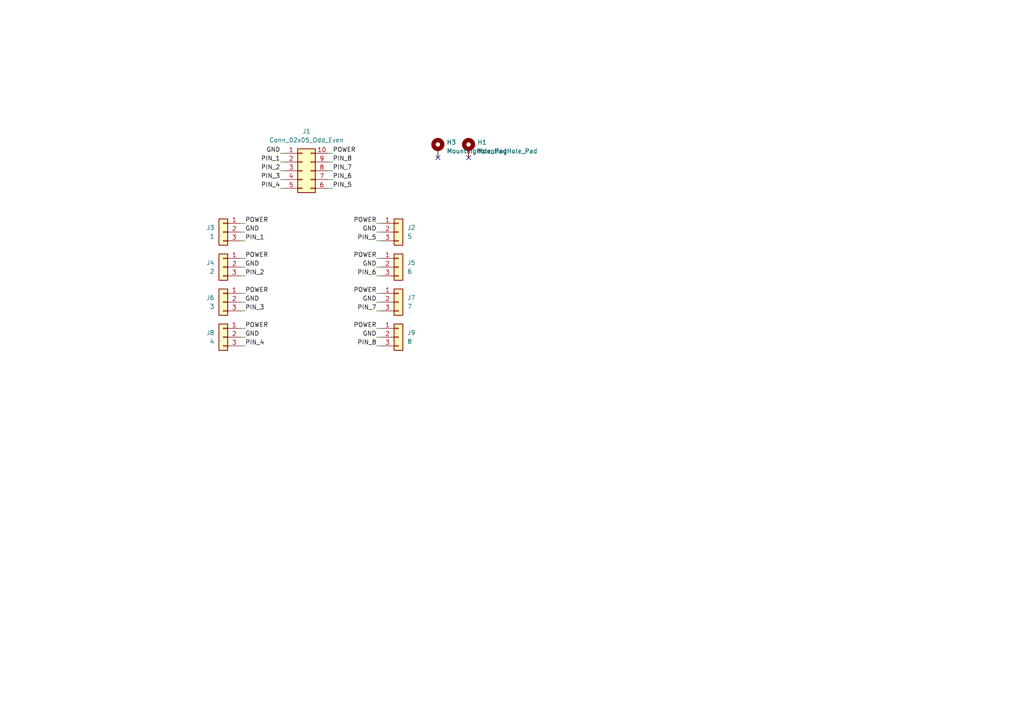
<source format=kicad_sch>
(kicad_sch (version 20250114) (generator "eeschema") (generator_version "9.0")
  (paper "A4")
  (lib_symbols
    (symbol "Connector_Generic:Conn_01x03" (pin_names (offset 1.016) (hide yes))
      (property "Reference" "J" (at 0 5.08 0))
      (property "Value" "Conn_01x03" (at 0 -5.08 0))
      (symbol "Conn_01x03_1_1"
        (rectangle (start -1.27 3.81) (end 1.27 -3.81) (stroke (width 0.254)) (fill (type background)))
        (rectangle (start -1.27 2.667) (end 0 2.413) (stroke (width 0.1524)))
        (rectangle (start -1.27 0.127) (end 0 -0.127) (stroke (width 0.1524)))
        (rectangle (start -1.27 -2.413) (end 0 -2.667) (stroke (width 0.1524)))
        (pin passive line (at -5.08 2.54 0) (length 3.81) (name "Pin_1") (number "1"))
        (pin passive line (at -5.08 0 0) (length 3.81) (name "Pin_2") (number "2"))
        (pin passive line (at -5.08 -2.54 0) (length 3.81) (name "Pin_3") (number "3"))
      )
    )
    (symbol "Connector_Generic:Conn_02x05_Counter_Clockwise" (pin_names (offset 1.016) (hide yes))
      (property "Reference" "J" (at 1.27 7.62 0))
      (property "Value" "Conn_02x05_Counter_Clockwise" (at 1.27 -7.62 0))
      (symbol "Conn_02x05_Counter_Clockwise_1_1"
        (rectangle (start -1.27 6.35) (end 3.81 -6.35) (stroke (width 0.254)) (fill (type background)))
        (rectangle (start -1.27 5.207) (end 0 4.953) (stroke (width 0.1524)))
        (rectangle (start -1.27 2.667) (end 0 2.413) (stroke (width 0.1524)))
        (rectangle (start -1.27 0.127) (end 0 -0.127) (stroke (width 0.1524)))
        (rectangle (start -1.27 -2.413) (end 0 -2.667) (stroke (width 0.1524)))
        (rectangle (start -1.27 -4.953) (end 0 -5.207) (stroke (width 0.1524)))
        (rectangle (start 3.81 5.207) (end 2.54 4.953) (stroke (width 0.1524)))
        (rectangle (start 3.81 2.667) (end 2.54 2.413) (stroke (width 0.1524)))
        (rectangle (start 3.81 0.127) (end 2.54 -0.127) (stroke (width 0.1524)))
        (rectangle (start 3.81 -2.413) (end 2.54 -2.667) (stroke (width 0.1524)))
        (rectangle (start 3.81 -4.953) (end 2.54 -5.207) (stroke (width 0.1524)))
        (pin passive line (at -5.08 5.08 0) (length 3.81) (name "Pin_1") (number "1"))
        (pin passive line (at -5.08 2.54 0) (length 3.81) (name "Pin_2") (number "2"))
        (pin passive line (at -5.08 0 0) (length 3.81) (name "Pin_3") (number "3"))
        (pin passive line (at -5.08 -2.54 0) (length 3.81) (name "Pin_4") (number "4"))
        (pin passive line (at -5.08 -5.08 0) (length 3.81) (name "Pin_5") (number "5"))
        (pin passive line (at 7.62 5.08 180) (length 3.81) (name "Pin_10") (number "10"))
        (pin passive line (at 7.62 2.54 180) (length 3.81) (name "Pin_9") (number "9"))
        (pin passive line (at 7.62 0 180) (length 3.81) (name "Pin_8") (number "8"))
        (pin passive line (at 7.62 -2.54 180) (length 3.81) (name "Pin_7") (number "7"))
        (pin passive line (at 7.62 -5.08 180) (length 3.81) (name "Pin_6") (number "6"))
      )
    )
    (symbol "Mechanical:MountingHole_Pad" (pin_numbers (hide yes)) (pin_names (offset 1.016) (hide yes))
      (property "Reference" "H" (at 0 6.35 0))
      (property "Value" "MountingHole_Pad" (at 0 4.445 0))
      (symbol "MountingHole_Pad_0_1"
        (circle (center 0 1.27) (radius 1.27) (stroke (width 1.27)))
      )
      (symbol "MountingHole_Pad_1_1"
        (pin input line (at 0 -2.54 90) (length 2.54) (name "1") (number "1"))
      )
    )
  )
  (no_connect (at 135.89 45.72))
  (no_connect (at 127 45.72))
  (wire (pts (xy 109.22 74.93) (xy 110.49 74.93)))
  (wire (pts (xy 95.25 54.61) (xy 96.52 54.61)))
  (wire (pts (xy 109.22 85.09) (xy 110.49 85.09)))
  (wire (pts (xy 109.22 97.79) (xy 110.49 97.79)))
  (wire (pts (xy 69.85 100.33) (xy 71.12 100.33)))
  (wire (pts (xy 69.85 74.93) (xy 71.12 74.93)))
  (wire (pts (xy 95.25 52.07) (xy 96.52 52.07)))
  (wire (pts (xy 81.28 49.53) (xy 82.55 49.53)))
  (wire (pts (xy 69.85 97.79) (xy 71.12 97.79)))
  (wire (pts (xy 109.22 77.47) (xy 110.49 77.47)))
  (wire (pts (xy 69.85 77.47) (xy 71.12 77.47)))
  (wire (pts (xy 81.28 52.07) (xy 82.55 52.07)))
  (wire (pts (xy 69.85 64.77) (xy 71.12 64.77)))
  (wire (pts (xy 81.28 54.61) (xy 82.55 54.61)))
  (wire (pts (xy 69.85 67.31) (xy 71.12 67.31)))
  (wire (pts (xy 95.25 49.53) (xy 96.52 49.53)))
  (wire (pts (xy 69.85 87.63) (xy 71.12 87.63)))
  (wire (pts (xy 109.22 90.17) (xy 110.49 90.17)))
  (wire (pts (xy 109.22 100.33) (xy 110.49 100.33)))
  (wire (pts (xy 81.28 44.45) (xy 82.55 44.45)))
  (wire (pts (xy 109.22 69.85) (xy 110.49 69.85)))
  (wire (pts (xy 109.22 87.63) (xy 110.49 87.63)))
  (wire (pts (xy 69.85 69.85) (xy 71.12 69.85)))
  (wire (pts (xy 69.85 80.01) (xy 71.12 80.01)))
  (wire (pts (xy 95.25 44.45) (xy 96.52 44.45)))
  (wire (pts (xy 109.22 95.25) (xy 110.49 95.25)))
  (wire (pts (xy 109.22 64.77) (xy 110.49 64.77)))
  (wire (pts (xy 69.85 90.17) (xy 71.12 90.17)))
  (wire (pts (xy 69.85 95.25) (xy 71.12 95.25)))
  (wire (pts (xy 109.22 80.01) (xy 110.49 80.01)))
  (wire (pts (xy 69.85 85.09) (xy 71.12 85.09)))
  (wire (pts (xy 109.22 67.31) (xy 110.49 67.31)))
  (wire (pts (xy 95.25 46.99) (xy 96.52 46.99)))
  (wire (pts (xy 81.28 46.99) (xy 82.55 46.99)))
  (label "PIN_6" (at 109.22 80.01 180))
  (label "GND" (at 71.12 67.31 0))
  (label "PIN_7" (at 96.52 49.53 0))
  (label "PIN_2" (at 71.12 80.01 0))
  (label "POWER" (at 71.12 95.25 0))
  (label "GND" (at 71.12 87.63 0))
  (label "POWER" (at 109.22 64.77 180))
  (label "PIN_2" (at 81.28 49.53 180))
  (label "GND" (at 109.22 97.79 180))
  (label "PIN_5" (at 96.52 54.61 0))
  (label "PIN_4" (at 71.12 100.33 0))
  (label "PIN_1" (at 81.28 46.99 180))
  (label "POWER" (at 71.12 74.93 0))
  (label "PIN_6" (at 96.52 52.07 0))
  (label "POWER" (at 109.22 95.25 180))
  (label "PIN_1" (at 71.12 69.85 0))
  (label "PIN_4" (at 81.28 54.61 180))
  (label "PIN_3" (at 81.28 52.07 180))
  (label "GND" (at 71.12 97.79 0))
  (label "GND" (at 81.28 44.45 180))
  (label "PIN_7" (at 109.22 90.17 180))
  (label "GND" (at 109.22 77.47 180))
  (label "GND" (at 109.22 87.63 180))
  (label "POWER" (at 71.12 64.77 0))
  (label "PIN_3" (at 71.12 90.17 0))
  (label "POWER" (at 96.52 44.45 0))
  (label "POWER" (at 71.12 85.09 0))
  (label "GND" (at 71.12 77.47 0))
  (label "PIN_5" (at 109.22 69.85 180))
  (label "GND" (at 109.22 67.31 180))
  (label "POWER" (at 109.22 85.09 180))
  (label "PIN_8" (at 96.52 46.99 0))
  (label "POWER" (at 109.22 74.93 180))
  (label "PIN_8" (at 109.22 100.33 180))
  (symbol (lib_id "Connector_Generic:Conn_01x03") (at 115.57 77.47 0) (unit 1)
    (property "Reference" "J5" (at 118.11 76.1999 0) (effects (justify left)))
    (property "Value" "6" (at 118.11 78.7399 0) (effects (justify left)))
    (property "Footprint" "Connector_Molex:Molex_KK-254_AE-6410-03A_1x03_P2.54mm_Vertical" (effects (hide yes)))
    (property "Description" "Generic connector, single row, 01x03, script generated (kicad-library-utils/schlib/autogen/connector/)" (effects (hide yes)))
  )
  (symbol (lib_id "Connector_Generic:Conn_01x03") (at 64.77 87.63 0) (mirror y) (unit 1)
    (property "Reference" "J6" (at 62.23 86.3599 0) (effects (justify left)))
    (property "Value" "3" (at 62.23 88.8999 0) (effects (justify left)))
    (property "Footprint" "Connector_Molex:Molex_KK-254_AE-6410-03A_1x03_P2.54mm_Vertical" (effects (hide yes)))
    (property "Description" "Generic connector, single row, 01x03, script generated (kicad-library-utils/schlib/autogen/connector/)" (effects (hide yes)))
  )
  (symbol (lib_id "Connector_Generic:Conn_01x03") (at 115.57 97.79 0) (unit 1)
    (property "Reference" "J9" (at 118.11 96.5199 0) (effects (justify left)))
    (property "Value" "8" (at 118.11 99.0599 0) (effects (justify left)))
    (property "Footprint" "Connector_Molex:Molex_KK-254_AE-6410-03A_1x03_P2.54mm_Vertical" (effects (hide yes)))
    (property "Description" "Generic connector, single row, 01x03, script generated (kicad-library-utils/schlib/autogen/connector/)" (effects (hide yes)))
  )
  (symbol (lib_id "Connector_Generic:Conn_02x05_Counter_Clockwise") (at 87.63 49.53 0) (unit 1)
    (property "Reference" "J1" (at 88.9 38.1 0))
    (property "Value" "Conn_02x05_Odd_Even" (at 88.9 40.64 0))
    (property "Footprint" "Connector_IDC:IDC-Header_2x05_P2.54mm_Vertical" (effects (hide yes)))
    (property "Description" "Generic connector, double row, 02x05, counter clockwise pin numbering scheme (similar to DIP package numbering), script generated (kicad-library-utils/schlib/autogen/connector/)" (effects (hide yes)))
  )
  (symbol (lib_id "Connector_Generic:Conn_01x03") (at 64.77 77.47 0) (mirror y) (unit 1)
    (property "Reference" "J4" (at 62.23 76.1999 0) (effects (justify left)))
    (property "Value" "2" (at 62.23 78.7399 0) (effects (justify left)))
    (property "Footprint" "Connector_Molex:Molex_KK-254_AE-6410-03A_1x03_P2.54mm_Vertical" (effects (hide yes)))
    (property "Description" "Generic connector, single row, 01x03, script generated (kicad-library-utils/schlib/autogen/connector/)" (effects (hide yes)))
  )
  (symbol (lib_id "Connector_Generic:Conn_01x03") (at 115.57 87.63 0) (unit 1)
    (property "Reference" "J7" (at 118.11 86.3599 0) (effects (justify left)))
    (property "Value" "7" (at 118.11 88.8999 0) (effects (justify left)))
    (property "Footprint" "Connector_Molex:Molex_KK-254_AE-6410-03A_1x03_P2.54mm_Vertical" (effects (hide yes)))
    (property "Description" "Generic connector, single row, 01x03, script generated (kicad-library-utils/schlib/autogen/connector/)" (effects (hide yes)))
  )
  (symbol (lib_id "Connector_Generic:Conn_01x03") (at 115.57 67.31 0) (unit 1)
    (property "Reference" "J2" (at 118.11 66.0399 0) (effects (justify left)))
    (property "Value" "5" (at 118.11 68.5799 0) (effects (justify left)))
    (property "Footprint" "Connector_Molex:Molex_KK-254_AE-6410-03A_1x03_P2.54mm_Vertical" (effects (hide yes)))
    (property "Description" "Generic connector, single row, 01x03, script generated (kicad-library-utils/schlib/autogen/connector/)" (effects (hide yes)))
  )
  (symbol (lib_id "Mechanical:MountingHole_Pad") (at 127 43.18 0) (unit 1)
    (property "Reference" "H3" (at 129.54 41.275 0) (effects (justify left)))
    (property "Value" "MountingHole_Pad" (at 129.54 43.815 0) (effects (justify left)))
    (property "Footprint" "MountingHole:MountingHole_2.7mm_M2.5_DIN965_Pad" (effects (hide yes)))
  )
  (symbol (lib_id "Connector_Generic:Conn_01x03") (at 64.77 97.79 0) (mirror y) (unit 1)
    (property "Reference" "J8" (at 62.23 96.5199 0) (effects (justify left)))
    (property "Value" "4" (at 62.23 99.0599 0) (effects (justify left)))
    (property "Footprint" "Connector_Molex:Molex_KK-254_AE-6410-03A_1x03_P2.54mm_Vertical" (effects (hide yes)))
    (property "Description" "Generic connector, single row, 01x03, script generated (kicad-library-utils/schlib/autogen/connector/)" (effects (hide yes)))
  )
  (symbol (lib_id "Connector_Generic:Conn_01x03") (at 64.77 67.31 0) (mirror y) (unit 1)
    (property "Reference" "J3" (at 62.23 66.0399 0) (effects (justify left)))
    (property "Value" "1" (at 62.23 68.5799 0) (effects (justify left)))
    (property "Footprint" "Connector_Molex:Molex_KK-254_AE-6410-03A_1x03_P2.54mm_Vertical" (effects (hide yes)))
    (property "Description" "Generic connector, single row, 01x03, script generated (kicad-library-utils/schlib/autogen/connector/)" (effects (hide yes)))
  )
  (symbol (lib_id "Mechanical:MountingHole_Pad") (at 135.89 43.18 0) (unit 1)
    (property "Reference" "H1" (at 138.43 41.275 0) (effects (justify left)))
    (property "Value" "MountingHole_Pad" (at 138.43 43.815 0) (effects (justify left)))
    (property "Footprint" "MountingHole:MountingHole_2.7mm_M2.5_DIN965_Pad" (effects (hide yes)))
  )
)
</source>
